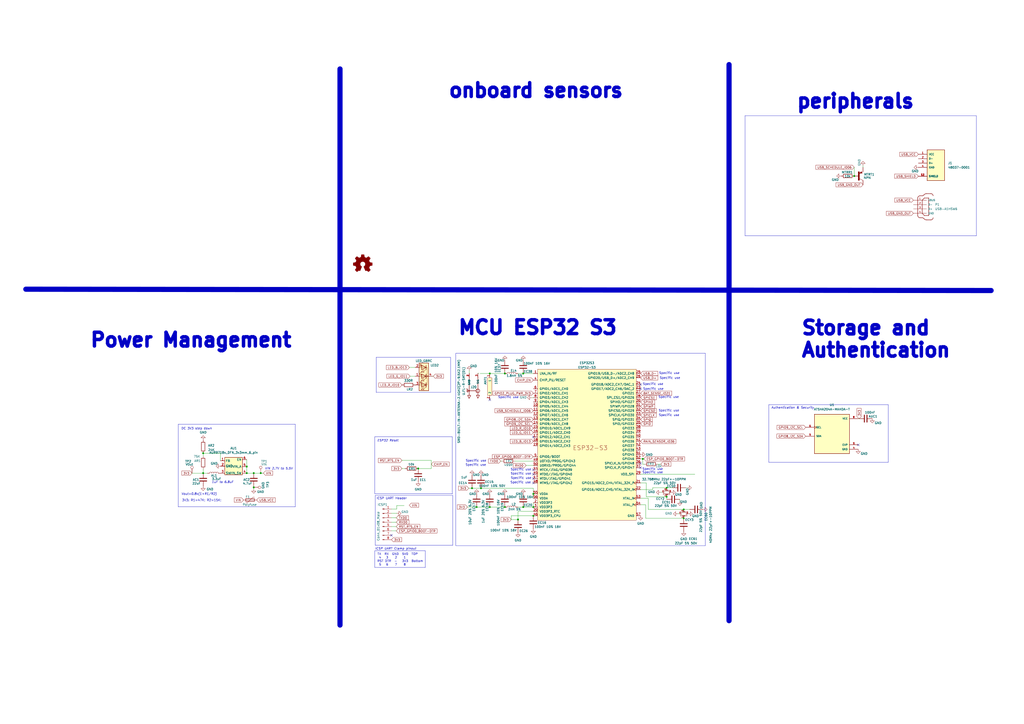
<source format=kicad_sch>
(kicad_sch (version 20230121) (generator eeschema)
  (paper "A2")
  (title_block (title "Smart DAQ Device 1Ch 12Bit ADC / I2C ") (date "2022-10-28") (rev "11-2022") (company "AeonLabs (https://github.com/aeonSolutions)"))
  (lib_symbols
    (symbol "AUR9718x_DFN_3x3mm_6_pin_1"
      (property "Reference" "AU1" (at -2.54 8.7798 0))
      (property "Value" "AUR9718x_DFN_3x3mm_6_pin" (at 6.604 6.223 0))
      (symbol "AUR9718x_DFN_3x3mm_6_pin_1_1_1"
        (pin input line (at -10.16 3.048 0) (length 2.54) (name "FB") (number "1"))
        (pin output line (at -10.16 0 0) (length 2.54) (name "GND") (number "2"))
        (pin bidirectional line (at -10.16 -4.064 0) (length 2.54) (name "SW") (number "3"))
        (pin input line (at 5.08 -4.064 180) (length 2.54) (name "VIN_SW") (number "4"))
        (pin power_out line (at 5.08 -0.254 180) (length 2.54) (name "VIN_A") (number "5"))
        (pin power_in line (at 5.08 3.81 180) (length 2.54) (name "EN") (number "6"))
        (pin power_in line (at -10.16 0 0) (length 2.54) (name "GND") (number "7"))
      )
    )
    (symbol "AeonLabs_IC:ATSHA204A-MAHDA-T" (pin_names (offset 1.016))
      (property "Reference" "U" (at -10.1797 10.1797 0))
      (property "Value" "ATSHA204A-MAHDA-T" (at -10.1756 -15.2634 0))
      (symbol "ATSHA204A-MAHDA-T_0_0"
        (pin power_in line (at 15.24 -10.16 180) (length 5.08) (name "GND") (number "4"))
        (pin bidirectional line (at -15.24 -2.54 0) (length 5.08) (name "SDA") (number "5"))
        (pin input clock (at -15.24 2.54 0) (length 5.08) (name "SCL") (number "6"))
        (pin power_in line (at 15.24 7.62 180) (length 5.08) (name "VCC") (number "8"))
        (pin power_in line (at 15.24 -7.62 180) (length 5.08) (name "EXP") (number "9"))
      )
    )
    (symbol "AeonLabs_connectors:USB-A_FEMALE_1HSW6" (pin_names (offset 1.016))
      (property "Reference" "P" (at -2.5418 11.438 0))
      (property "Value" "USB-A1HSW6" (at -2.5436 -10.1744 0))
      (symbol "USB-A_FEMALE_1HSW6_0_0"
        (pin power_in line (at -5.08 5.08 0) (length 7.62) (name "VBUS") (number "1"))
        (pin bidirectional line (at -5.08 2.54 0) (length 7.62) (name "D-") (number "2"))
        (pin bidirectional line (at -5.08 0 0) (length 7.62) (name "D+") (number "3"))
        (pin power_in line (at -5.08 -2.54 0) (length 7.62) (name "GND") (number "4"))
      )
    )
    (symbol "AeonLabs_connectors:USB-A_MALE_48037-0001" (pin_names (offset 1.016))
      (property "Reference" "J" (at -5.08 8.89 0))
      (property "Value" "48037-0001" (at -5.08 -12.7 0))
      (symbol "USB-A_MALE_48037-0001_0_0"
        (pin power_in line (at -10.16 5.08 0) (length 5.08) (name "VCC") (number "1"))
        (pin bidirectional line (at -10.16 2.54 0) (length 5.08) (name "D-") (number "2"))
        (pin bidirectional line (at -10.16 0 0) (length 5.08) (name "D+") (number "3"))
        (pin power_in line (at -10.16 -2.54 0) (length 5.08) (name "GND") (number "4"))
        (pin passive line (at -10.16 -7.62 0) (length 5.08) (name "SHIELD") (number "S1"))
        (pin passive line (at -10.16 -7.62 0) (length 5.08) (name "SHIELD") (number "S2"))
      )
    )
    (symbol "Connector:Conn_01x08_Male" (pin_names (offset 1.016) hide)
      (property "Reference" "J" (at 0 10.16 0))
      (property "Value" "Conn_01x08_Male" (at 0 -12.7 0))
      (symbol "Conn_01x08_Male_1_1"
        (pin passive line (at 5.08 7.62 180) (length 3.81) (name "Pin_1") (number "1"))
        (pin passive line (at 5.08 5.08 180) (length 3.81) (name "Pin_2") (number "2"))
        (pin passive line (at 5.08 2.54 180) (length 3.81) (name "Pin_3") (number "3"))
        (pin passive line (at 5.08 0 180) (length 3.81) (name "Pin_4") (number "4"))
        (pin passive line (at 5.08 -2.54 180) (length 3.81) (name "Pin_5") (number "5"))
        (pin passive line (at 5.08 -5.08 180) (length 3.81) (name "Pin_6") (number "6"))
        (pin passive line (at 5.08 -7.62 180) (length 3.81) (name "Pin_7") (number "7"))
        (pin passive line (at 5.08 -10.16 180) (length 3.81) (name "Pin_8") (number "8"))
      )
    )
    (symbol "Connector:TestPoint" (pin_numbers hide) (pin_names (offset 0.762) hide)
      (property "Reference" "TP" (at 0 6.858 0))
      (property "Value" "TestPoint" (at 0 5.08 0))
      (symbol "TestPoint_1_1"
        (pin passive line (at 0 0 90) (length 2.54) (name "1") (number "1"))
      )
    )
    (symbol "Device:C" (pin_numbers hide) (pin_names (offset 0.254))
      (property "Reference" "C" (at 0.635 2.54 0))
      (property "Value" "C" (at 0.635 -2.54 0))
      (symbol "C_1_1"
        (pin passive line (at 0 3.81 270) (length 2.794) (name "~") (number "1"))
        (pin passive line (at 0 -3.81 90) (length 2.794) (name "~") (number "2"))
      )
    )
    (symbol "Device:Crystal_GND24_Small" (pin_names (offset 1.016) hide)
      (property "Reference" "Y" (at 1.27 4.445 0))
      (property "Value" "Crystal_GND24_Small" (at 1.27 2.54 0))
      (symbol "Crystal_GND24_Small_1_1"
        (pin passive line (at -2.54 0 0) (length 1.27) (name "1") (number "1"))
        (pin passive line (at 0 -2.54 90) (length 0.635) (name "2") (number "2"))
        (pin passive line (at 2.54 0 180) (length 1.27) (name "3") (number "3"))
        (pin passive line (at 0 2.54 270) (length 0.635) (name "4") (number "4"))
      )
    )
    (symbol "Device:L" (pin_numbers hide) (pin_names (offset 1.016) hide)
      (property "Reference" "L" (at -1.27 0 90))
      (property "Value" "L" (at 1.905 0 90))
      (symbol "L_1_1"
        (pin passive line (at 0 3.81 270) (length 1.27) (name "1") (number "1"))
        (pin passive line (at 0 -3.81 90) (length 1.27) (name "2") (number "2"))
      )
    )
    (symbol "Device:LED_GBRC" (pin_names (offset 0) hide)
      (property "Reference" "D" (at 0 9.398 0))
      (property "Value" "Device_LED_GBRC" (at 0 -8.89 0))
      (symbol "LED_GBRC_0_0"
        (text "B" (at 1.905 -6.35 0) (effects (font (size 1.27 1.27))))
        (text "G" (at 1.905 -1.27 0) (effects (font (size 1.27 1.27))))
        (text "R" (at 1.905 3.81 0) (effects (font (size 1.27 1.27))))
      )
      (symbol "LED_GBRC_1_1"
        (pin passive line (at 5.08 0 180) (length 2.54) (name "GA") (number "1"))
        (pin passive line (at 5.08 -5.08 180) (length 2.54) (name "BA") (number "2"))
        (pin passive line (at 5.08 5.08 180) (length 2.54) (name "RA") (number "3"))
        (pin passive line (at -5.08 0 0) (length 2.54) (name "K") (number "4"))
      )
    )
    (symbol "Device:Polyfuse" (pin_numbers hide) (pin_names (offset 0))
      (property "Reference" "F" (at -2.54 0 90))
      (property "Value" "Polyfuse" (at 2.54 0 90))
      (symbol "Polyfuse_1_1"
        (pin passive line (at 0 3.81 270) (length 1.27) (name "~") (number "1"))
        (pin passive line (at 0 -3.81 90) (length 1.27) (name "~") (number "2"))
      )
    )
    (symbol "Device:R" (pin_numbers hide) (pin_names (offset 0))
      (property "Reference" "R" (at 2.032 0 90))
      (property "Value" "R" (at 0 0 90))
      (symbol "R_1_1"
        (pin passive line (at 0 3.81 270) (length 1.27) (name "~") (number "1"))
        (pin passive line (at 0 -3.81 90) (length 1.27) (name "~") (number "2"))
      )
    )
    (symbol "Espressif:ESP32-S3" (pin_names (offset 1.016))
      (property "Reference" "U" (at 0 46.99 0))
      (property "Value" "ESP32-S3" (at 0 -43.18 0))
      (symbol "ESP32-S3_0_0"
        (text "ESP32-S3" (at 1.27 0 0) (effects (font (size 2.54 2.54))))
        (pin bidirectional line (at 30.48 -8.89 180) (length 2.54) (name "SPICLK_N/GPIO48") (number "36"))
        (pin bidirectional line (at 30.48 -11.43 180) (length 2.54) (name "SPICLK_P/GPIO47") (number "37"))
      )
      (symbol "ESP32-S3_1_1"
        (pin bidirectional line (at -31.75 43.18 0) (length 2.54) (name "LNA_IN/RF") (number "1"))
        (pin bidirectional line (at -31.75 24.13 0) (length 2.54) (name "GPIO5/ADC1_CH4") (number "10"))
        (pin bidirectional line (at -31.75 21.59 0) (length 2.54) (name "GPIO6/ADC1_CH5") (number "11"))
        (pin bidirectional line (at -31.75 19.05 0) (length 2.54) (name "GPIO7/ADC1_CH6") (number "12"))
        (pin bidirectional line (at -31.75 16.51 0) (length 2.54) (name "GPIO8/ADC1_CH7") (number "13"))
        (pin bidirectional line (at -31.75 13.97 0) (length 2.54) (name "GPIO9/ADC1_CH8") (number "14"))
        (pin bidirectional line (at -31.75 11.43 0) (length 2.54) (name "GPIO10/ADC1_CH9") (number "15"))
        (pin bidirectional line (at -31.75 8.89 0) (length 2.54) (name "GPIO11/ADC2_CH0") (number "16"))
        (pin bidirectional line (at -31.75 6.35 0) (length 2.54) (name "GPIO12/ADC2_CH1") (number "17"))
        (pin bidirectional line (at -31.75 3.81 0) (length 2.54) (name "GPIO13/ADC2_CH2") (number "18"))
        (pin bidirectional line (at -31.75 1.27 0) (length 2.54) (name "GPIO14/ADC2_CH3") (number "19"))
        (pin power_in line (at -31.75 -31.75 0) (length 2.54) (name "VDD3P3") (number "2"))
        (pin power_in line (at -31.75 -36.83 0) (length 2.54) (name "VDD3P3_RTC") (number "20"))
        (pin input clock (at 30.48 -20.32 180) (length 2.54) (name "GPIO15/ADC2_CH4/XTAL_32K_P") (number "21"))
        (pin output clock (at 30.48 -24.13 180) (length 2.54) (name "GPIO16/ADC2_CH5/XTAL_32K_N") (number "22"))
        (pin bidirectional line (at 30.48 34.29 180) (length 2.54) (name "GPIO17/ADC2_CH6/DAC_2") (number "23"))
        (pin bidirectional line (at 30.48 36.83 180) (length 2.54) (name "GPIO18/ADC2_CH7/DAC_1") (number "24"))
        (pin bidirectional line (at 30.48 43.18 180) (length 2.54) (name "GPIO19/USB_D-/ADC2_CH8") (number "25"))
        (pin bidirectional line (at 30.48 40.64 180) (length 2.54) (name "GPIO20/USB_D+/ADC2_CH9") (number "26"))
        (pin bidirectional line (at 30.48 31.75 180) (length 2.54) (name "GPIO21") (number "27"))
        (pin bidirectional line (at 30.48 29.21 180) (length 2.54) (name "SPI_CS1/GPIO26") (number "28"))
        (pin power_out line (at 30.48 -15.24 180) (length 2.54) (name "VDD_SPI") (number "29"))
        (pin power_in line (at -31.75 -34.29 0) (length 2.54) (name "VDD3P3") (number "3"))
        (pin bidirectional line (at 30.48 26.67 180) (length 2.54) (name "SPIHD/GPIO27") (number "30"))
        (pin bidirectional line (at 30.48 24.13 180) (length 2.54) (name "SPIWP/GPIO28") (number "31"))
        (pin bidirectional line (at 30.48 21.59 180) (length 2.54) (name "SPICS0/GPIO29") (number "32"))
        (pin bidirectional line (at 30.48 19.05 180) (length 2.54) (name "SPICLK/GPIO30") (number "33"))
        (pin bidirectional line (at 30.48 16.51 180) (length 2.54) (name "SPIQ/GPIO31") (number "34"))
        (pin bidirectional line (at 30.48 13.97 180) (length 2.54) (name "SPID/GPIO32") (number "35"))
        (pin bidirectional line (at 30.48 11.43 180) (length 2.54) (name "GPIO33") (number "38"))
        (pin bidirectional line (at 30.48 8.89 180) (length 2.54) (name "GPIO34") (number "39"))
        (pin input line (at -31.75 39.37 0) (length 2.54) (name "CHIP_PU/RESET") (number "4"))
        (pin bidirectional line (at 30.48 6.35 180) (length 2.54) (name "GPIO35") (number "40"))
        (pin bidirectional line (at 30.48 3.81 180) (length 2.54) (name "GPIO36") (number "41"))
        (pin bidirectional line (at 30.48 1.27 180) (length 2.54) (name "GPIO37") (number "42"))
        (pin bidirectional line (at 30.48 -1.27 180) (length 2.54) (name "GPIO38") (number "43"))
        (pin bidirectional line (at -31.75 -12.7 0) (length 2.54) (name "MTCK/JTAG/GPIO39") (number "44"))
        (pin bidirectional line (at -31.75 -15.24 0) (length 2.54) (name "MTDO/JTAG/GPIO40") (number "45"))
        (pin power_in line (at -31.75 -39.37 0) (length 2.54) (name "VDD3P3_CPU") (number "46"))
        (pin bidirectional line (at -31.75 -17.78 0) (length 2.54) (name "MTDI/JTAG/GPIO41") (number "47"))
        (pin bidirectional line (at -31.75 -20.32 0) (length 2.54) (name "MTMS/JTAG/GPIO42") (number "48"))
        (pin bidirectional line (at -31.75 -7.62 0) (length 2.54) (name "U0TXD/PROG/GPIO43") (number "49"))
        (pin bidirectional line (at -31.75 -5.08 0) (length 2.54) (name "GPIO0/BOOT") (number "5"))
        (pin bidirectional line (at -31.75 -10.16 0) (length 2.54) (name "U0RXD/PROG/GPIO44") (number "50"))
        (pin bidirectional line (at 30.48 -3.81 180) (length 2.54) (name "GPIO45") (number "51"))
        (pin bidirectional line (at 30.48 -6.35 180) (length 2.54) (name "GPIO46") (number "52"))
        (pin input clock (at 30.48 -29.21 180) (length 2.54) (name "XTAL_N") (number "53"))
        (pin output clock (at 30.48 -33.02 180) (length 2.54) (name "XTAL_P") (number "54"))
        (pin power_in line (at -31.75 -26.67 0) (length 2.54) (name "VDDA") (number "55"))
        (pin power_in line (at -31.75 -29.21 0) (length 2.54) (name "VDDA") (number "56"))
        (pin power_in line (at 30.48 -39.37 180) (length 2.54) (name "GND") (number "57"))
        (pin bidirectional line (at -31.75 34.29 0) (length 2.54) (name "GPIO1/ADC1_CH0") (number "6"))
        (pin bidirectional line (at -31.75 31.75 0) (length 2.54) (name "GPIO2/ADC1_CH1") (number "7"))
        (pin bidirectional line (at -31.75 29.21 0) (length 2.54) (name "GPIO3/ADC1_CH2") (number "8"))
        (pin bidirectional line (at -31.75 26.67 0) (length 2.54) (name "GPIO4/ADC1_CH3") (number "9"))
      )
    )
    (symbol "Graphic:Logo_Open_Hardware_Small" (pin_names (offset 1.016)))
    (symbol "MMBT2907A:MMBT2907A" (pin_numbers hide) (pin_names (offset 1.016) hide)
      (property "Reference" "Q" (at -10.1854 5.1054 0))
      (property "Value" "MMBT2907A_MMBT2907A" (at -10.16 -7.62 0))
      (symbol "MMBT2907A_0_0"
        (pin passive line (at -2.54 0 0) (length 2.54) (name "~") (number "1"))
        (pin passive line (at 2.54 5.08 270) (length 2.54) (name "~") (number "2"))
        (pin passive line (at 2.54 -5.08 90) (length 2.54) (name "~") (number "3"))
      )
    )
    (symbol "RF:U.FL-R-SMT(01)" (pin_names (offset 1.016))
      (property "Reference" "J" (at -3.81 4.064 0))
      (property "Value" "U.FL-R-SMT(01)" (at -4.318 -5.588 0))
      (symbol "U.FL-R-SMT(01)_0_0"
        (pin passive line (at -10.16 -2.54 0) (length 2.54) (name "GND") (number "1"))
        (pin passive line (at -10.16 -2.54 0) (length 2.54) (name "GND") (number "2"))
        (pin passive line (at -10.16 2.54 0) (length 2.54) (name "SIG") (number "3"))
      )
    )
    (symbol "RF_WiFi:SMD-BUILT-IN-ANTENNA-2.4GHZ(2P-9.5X2.1MM)" (pin_names (offset 1.016))
      (property "Reference" "ANT" (at -2.54 1.905 0))
      (property "Value" "SMD-BUILT-IN-ANTENNA-2.4GHZ(2P-9.5X2.1MM)" (at -20.828 5.588 0))
      (symbol "SMD-BUILT-IN-ANTENNA-2.4GHZ(2P-9.5X2.1MM)_0_0"
        (pin bidirectional line (at -7.62 0 0) (length 2.54) (name "1") (number "1"))
        (pin bidirectional line (at 7.62 0 180) (length 2.54) (name "2") (number "2"))
      )
    )
    (symbol "power:GND" (power) (pin_names (offset 0))
      (property "Value" "GND" (at 0 -3.81 0))
      (symbol "GND_1_1"
        (pin power_in line (at 0 0 270) (length 0) hide (name "GND") (number "1"))
      )
    )
  )
  (junction (at 386.715 282.956))
  (junction (at 303.53 216.662))
  (junction (at 396.621 300.609))
  (junction (at 284.099 294.132))
  (junction (at 292.862 294.132))
  (junction (at 372.872 266.192))
  (junction (at 143.129 274.447))
  (junction (at 284.099 216.662))
  (junction (at 273.812 283.21))
  (junction (at 276.479 294.132))
  (junction (at 300.482 301.371))
  (junction (at 309.372 299.212))
  (junction (at 143.129 270.637))
  (junction (at 147.193 282.702))
  (junction (at 117.856 262.89))
  (junction (at 495.5286 102.108))
  (junction (at 309.372 294.132))
  (junction (at 242.57 271.78))
  (junction (at 292.862 216.662))
  (junction (at 151.257 274.447))
  (junction (at 303.53 294.132))
  (junction (at 386.715 288.163))
  (junction (at 309.372 286.512))
  (junction (at 396.621 295.529))
  (junction (at 117.856 274.447))
  (junction (at 147.193 274.447))
  (junction (at 279.019 283.21))
  (no_connect (at 309.372 272.542))
  (no_connect (at 309.372 275.082))
  (no_connect (at 309.372 277.622))
  (no_connect (at 309.372 280.162))
  (no_connect (at 371.602 225.552))
  (no_connect (at 284.099 231.902))
  (no_connect (at 227.076 310.515))
  (no_connect (at 371.602 271.272))
  (no_connect (at 371.602 223.012))
  (no_connect (at 371.602 268.732))
  (no_connect (at 309.372 253.492))
  (no_connect (at 497.84 258.064))
  (wire (pts (xy 303.53 294.132) (xy 309.372 294.132)))
  (wire (pts (xy 305.181 270.002) (xy 309.372 270.002)))
  (wire (pts (xy 371.602 283.972) (xy 378.587 283.972)))
  (wire (pts (xy 374.523 300.609) (xy 396.621 300.609)))
  (wire (pts (xy 147.193 274.447) (xy 151.257 274.447)))
  (polyline (pts (xy 246.761 329.184) (xy 246.761 319.532)))
  (wire (pts (xy 300.482 294.132) (xy 303.53 294.132)))
  (wire (pts (xy 376.047 295.529) (xy 376.047 289.052)))
  (polyline (pts (xy 218.186 207.3148) (xy 218.186 227.6348)))
  (polyline (pts (xy 432.181 67.056) (xy 432.181 136.779)))
  (wire (pts (xy 290.449 267.462) (xy 291.084 267.462)))
  (wire (pts (xy 284.099 294.132) (xy 292.862 294.132)))
  (wire (pts (xy 371.602 292.862) (xy 374.523 292.862)))
  (wire (pts (xy 373.507 266.192) (xy 372.872 266.192)))
  (wire (pts (xy 276.479 294.132) (xy 284.099 294.132)))
  (polyline (pts (xy 218.186 227.6348) (xy 261.366 227.6348)))
  (wire (pts (xy 396.621 295.402) (xy 396.621 295.529)))
  (wire (pts (xy 233.172 267.081) (xy 250.19 267.081)))
  (wire (pts (xy 300.482 216.662) (xy 303.53 216.662)))
  (polyline (pts (xy 432.181 136.779) (xy 566.42 136.779)))
  (polyline (pts (xy 262.636 287.401) (xy 217.678 287.401)))
  (polyline (pts (xy 261.366 227.6348) (xy 261.366 207.3148)))
  (wire (pts (xy 371.602 275.082) (xy 403.098 275.082)))
  (wire (pts (xy 230.124 293.243) (xy 234.442 293.243)))
  (wire (pts (xy 296.545 299.212) (xy 309.372 299.212)))
  (polyline (pts (xy 217.424 286.385) (xy 217.424 253.365)))
  (wire (pts (xy 372.872 266.192) (xy 371.602 266.192)))
  (polyline (pts (xy 217.678 316.357) (xy 262.636 316.357)))
  (wire (pts (xy 271.907 283.21) (xy 273.812 283.21)))
  (wire (pts (xy 250.19 267.081) (xy 250.19 271.78)))
  (wire (pts (xy 400.05 295.529) (xy 396.621 295.529)))
  (polyline (pts (xy 103.378 294.005) (xy 103.378 246.126)))
  (polyline (pts (xy 422.91 37.465) (xy 422.91 360.045)) (stroke (width 3)))
  (wire (pts (xy 227.076 300.355) (xy 229.87 300.355)))
  (wire (pts (xy 250.952 218.2368) (xy 251.333 218.2368)))
  (wire (pts (xy 397.764 282.956) (xy 398.526 282.956)))
  (wire (pts (xy 309.245 264.922) (xy 309.372 264.922)))
  (wire (pts (xy 309.372 296.672) (xy 300.482 296.672)))
  (polyline (pts (xy 262.382 253.365) (xy 262.382 286.512)))
  (wire (pts (xy 386.715 288.163) (xy 374.904 288.163)))
  (wire (pts (xy 386.715 282.956) (xy 386.715 283.083)))
  (wire (pts (xy 298.704 267.462) (xy 309.372 267.462)))
  (wire (pts (xy 147.193 283.591) (xy 147.193 282.702)))
  (wire (pts (xy 303.53 216.662) (xy 309.372 216.662)))
  (polyline (pts (xy 217.678 287.401) (xy 217.678 316.357)))
  (polyline (pts (xy 261.366 207.3148) (xy 218.186 207.3148)))
  (wire (pts (xy 227.076 297.815) (xy 230.124 297.815)))
  (polyline (pts (xy 262.636 287.401) (xy 262.636 316.357)))
  (wire (pts (xy 374.904 280.162) (xy 374.904 288.163)))
  (polyline (pts (xy 14.986 167.767) (xy 574.929 168.529)) (stroke (width 3)))
  (wire (pts (xy 151.257 274.447) (xy 152.781 274.447)))
  (polyline (pts (xy 103.378 246.126) (xy 171.323 246.126)))
  (polyline (pts (xy 197.231 40.005) (xy 197.231 362.585)) (stroke (width 3)))
  (wire (pts (xy 300.482 301.371) (xy 296.545 301.371)))
  (polyline (pts (xy 262.509 286.385) (xy 217.424 286.385)))
  (wire (pts (xy 374.904 280.162) (xy 371.602 280.162)))
  (wire (pts (xy 227.076 305.435) (xy 229.87 305.435)))
  (wire (pts (xy 309.372 291.592) (xy 309.372 294.132)))
  (wire (pts (xy 278.511 216.662) (xy 284.099 216.662)))
  (wire (pts (xy 117.856 262.89) (xy 127.889 262.89)))
  (wire (pts (xy 374.523 292.862) (xy 374.523 300.609)))
  (wire (pts (xy 117.856 262.89) (xy 117.856 264.541)))
  (wire (pts (xy 378.587 283.972) (xy 378.587 282.956)))
  (wire (pts (xy 495.5286 97.028) (xy 495.5286 102.108)))
  (polyline (pts (xy 409.194 316.484) (xy 264.414 316.484)))
  (wire (pts (xy 386.715 289.687) (xy 386.715 288.163)))
  (wire (pts (xy 376.047 289.052) (xy 371.602 289.052)))
  (wire (pts (xy 237.871 218.2368) (xy 240.792 218.2368)))
  (wire (pts (xy 271.145 294.132) (xy 276.479 294.132)))
  (wire (pts (xy 394.081 298.069) (xy 393.192 298.069)))
  (polyline (pts (xy 515.239 234.696) (xy 515.239 268.224)))
  (wire (pts (xy 498.348 242.824) (xy 497.84 242.824)))
  (polyline (pts (xy 171.323 246.126) (xy 171.323 294.005)))
  (wire (pts (xy 309.372 283.21) (xy 309.372 286.512)))
  (wire (pts (xy 120.269 274.447) (xy 117.856 274.447)))
  (polyline (pts (xy 409.194 204.978) (xy 409.194 316.484)))
  (wire (pts (xy 309.372 286.512) (xy 309.372 289.052)))
  (polyline (pts (xy 217.424 319.532) (xy 246.761 319.532)))
  (wire (pts (xy 396.621 295.529) (xy 376.047 295.529)))
  (wire (pts (xy 230.124 295.275) (xy 230.124 293.243)))
  (wire (pts (xy 394.335 289.687) (xy 394.335 290.703)))
  (wire (pts (xy 127.889 267.335) (xy 127.889 262.89)))
  (polyline (pts (xy 264.414 204.978) (xy 409.194 204.978)))
  (wire (pts (xy 111.379 274.447) (xy 117.856 274.447)))
  (wire (pts (xy 373.888 269.24) (xy 372.872 269.24)))
  (polyline (pts (xy 217.424 329.184) (xy 246.761 329.184)))
  (wire (pts (xy 300.482 296.672) (xy 300.482 301.371)))
  (wire (pts (xy 396.621 300.736) (xy 396.621 300.609)))
  (wire (pts (xy 233.172 271.78) (xy 234.95 271.78)))
  (wire (pts (xy 372.872 269.24) (xy 372.872 266.192)))
  (wire (pts (xy 279.019 283.21) (xy 309.372 283.21)))
  (wire (pts (xy 227.076 295.275) (xy 230.124 295.275)))
  (wire (pts (xy 143.129 274.447) (xy 147.193 274.447)))
  (wire (pts (xy 143.129 266.573) (xy 143.129 270.637)))
  (polyline (pts (xy 264.414 316.484) (xy 264.414 204.978)))
  (wire (pts (xy 383.286 269.24) (xy 381.508 269.24)))
  (polyline (pts (xy 446.024 268.224) (xy 446.024 234.696)))
  (wire (pts (xy 386.715 282.956) (xy 378.587 282.956)))
  (wire (pts (xy 117.856 274.447) (xy 117.856 272.161)))
  (polyline (pts (xy 446.024 234.696) (xy 515.239 234.696)))
  (wire (pts (xy 273.812 283.21) (xy 279.019 283.21)))
  (polyline (pts (xy 171.323 294.005) (xy 103.378 294.005)))
  (wire (pts (xy 390.144 282.956) (xy 386.715 282.956)))
  (wire (pts (xy 308.483 230.632) (xy 309.372 230.632)))
  (wire (pts (xy 250.19 271.78) (xy 242.57 271.78)))
  (wire (pts (xy 143.129 270.637) (xy 143.129 274.447)))
  (wire (pts (xy 272.161 215.011) (xy 272.161 216.535)))
  (wire (pts (xy 396.621 308.356) (xy 396.621 308.229)))
  (polyline (pts (xy 217.424 253.365) (xy 262.382 253.365)))
  (wire (pts (xy 284.099 216.662) (xy 292.862 216.662)))
  (polyline (pts (xy 432.181 67.183) (xy 566.42 67.183)))
  (wire (pts (xy 227.076 307.975) (xy 229.87 307.975)))
  (polyline (pts (xy 217.424 319.532) (xy 217.424 329.184)))
  (wire (pts (xy 500.6086 96.139) (xy 500.6086 97.028)))
  (wire (pts (xy 147.193 282.702) (xy 147.193 282.067)))
  (wire (pts (xy 227.076 302.895) (xy 229.87 302.895)))
  (wire (pts (xy 296.545 301.371) (xy 296.545 299.212)))
  (wire (pts (xy 277.241 216.535) (xy 277.876 216.535)))
  (wire (pts (xy 240.792 213.1568) (xy 237.49 213.1568)))
  (polyline (pts (xy 515.239 268.224) (xy 446.024 268.224)))
  (polyline (pts (xy 566.42 136.779) (xy 566.42 67.183)))
  (wire (pts (xy 384.175 285.623) (xy 383.286 285.623)))
  (text "Specific use" (at 372.872 223.647 0) (effects (font (size 1.27 1.27)) (justify left bottom)))
  (text "3V3: R1=47K; R2=15K;" (at 105.537 291.084 0) (effects (font (size 1.27 1.27)) (justify left bottom)))
  (text "ICSP UART Header" (at 218.313 289.941 0) (effects (font (size 1.27 1.27)) (justify left bottom)))
  (text "Specific use" (at 296.164 275.59 0) (effects (font (size 1.27 1.27)) (justify left bottom)))
  (text "peripherals" (at 461.391 63.5 0) (effects (font (size 8 8) (thickness 2) bold) (justify left bottom)))
  (text "Vout=0.8x(1+R1/R2)" (at 105.156 287.401 0) (effects (font (size 1.27 1.27) italic) (justify left bottom)))
  (text "Specific use" (at 381.889 231.14 0) (effects (font (size 1.27 1.27)) (justify left bottom)))
  (text "DC 3V3 step down" (at 105.156 249.428 0) (effects (font (size 1.27 1.27)) (justify left bottom)))
  (text "Specific use" (at 382.016 239.014 0) (effects (font (size 1.27 1.27)) (justify left bottom)))
  (text "Specific use" (at 382.27 217.297 0) (effects (font (size 1.27 1.27)) (justify left bottom)))
  (text "ESP32 Reset" (at 218.821 256.413 0) (effects (font (size 1.27 1.27) italic) (justify left bottom)))
  (text "Specific use" (at 372.618 274.828 0) (effects (font (size 1.27 1.27)) (justify left bottom)))
  (text "Specific use" (at 296.291 278.13 0) (effects (font (size 1.27 1.27)) (justify left bottom)))
  (text "Specific use" (at 382.651 220.091 0) (effects (font (size 1.27 1.27)) (justify left bottom)))
  (text "1uF to 6.8uF" (at 122.809 280.543 0) (effects (font (size 1.27 1.27) italic) (justify left bottom)))
  (text "Specific use" (at 296.037 280.67 0) (effects (font (size 1.27 1.27)) (justify left bottom)))
  (text "Specific use" (at 296.164 273.177 0) (effects (font (size 1.27 1.27)) (justify left bottom)))
  (text "onboard sensors" (at 259.461 57.277 0) (effects (font (size 8 8) (thickness 2) bold) (justify left bottom)))
  (text "Specific use" (at 372.618 272.923 0) (effects (font (size 1.27 1.27)) (justify left bottom)))
  (text "ICSP UART Clamp pinout" (at 217.551 319.151 0) (effects (font (size 1.27 1.27) italic) (justify left bottom)))
  (text "Specific use" (at 288.925 231.267 0) (effects (font (size 1.27 1.27)) (justify left bottom)))
  (text "Specific use" (at 372.999 226.441 0) (effects (font (size 1.27 1.27)) (justify left bottom)))
  (text "Storage and \nAuthentication" (at 464.185 207.899 0) (effects (font (size 8 8) (thickness 2) bold) (justify left bottom)))
  (text "Power Management" (at 51.562 202.057 0) (effects (font (size 8 8) (thickness 2) bold) (justify left bottom)))
  (text "Authentication & Security" (at 447.421 237.363 0) (effects (font (size 1.27 1.27) italic) (justify left bottom)))
  (text "VIN 2.7V to 5.5V" (at 153.67 272.669 0) (effects (font (size 1.27 1.27) italic) (justify left bottom)))
  (text "Specific use" (at 270.129 268.097 0) (effects (font (size 1.27 1.27)) (justify left bottom)))
  (text "MCU ESP32 S3" (at 265.049 194.818 0) (effects (font (size 8 8) (thickness 2) bold) (justify left bottom)))
  (text "Specific use" (at 382.143 241.681 0) (effects (font (size 1.27 1.27)) (justify left bottom)))
  (text "TX  RX  GND  5V0  TOP\n 4   3    2    1\nRST DTR  -   3V3  Bottom\n 5   6    7    8" (at 218.821 328.422 0) (effects (font (size 1.27 1.27)) (justify left bottom)))
  (text "Specific use" (at 270.002 270.51 0) (effects (font (size 1.27 1.27)) (justify left bottom)))
  (global_label "VIN" (shape input) (at 237.3884 293.0906 0) (property "Intersheetrefs" "${INTERSHEET_REFS}" (effects hide)))
  (global_label "3V3" (shape input) (at 271.145 294.132 180) (property "Intersheetrefs" "${INTERSHEET_REFS}" (effects hide)))
  (global_label "LED_R_IO10" (shape input) (at 309.372 248.412 180) (property "Intersheetrefs" "${INTERSHEET_REFS}" (effects hide)))
  (global_label "BAT_SENSE_IO21" (shape input) (at 371.602 228.092 0) (effects (font italic)) (property "Intersheetrefs" "${INTERSHEET_REFS}" (effects hide)))
  (global_label "RST_RTS_EN" (shape input) (at 229.87 305.435 0) (property "Intersheetrefs" "${INTERSHEET_REFS}" (effects hide)))
  (global_label "RXD0" (shape input) (at 229.87 302.895 0) (property "Intersheetrefs" "${INTERSHEET_REFS}" (effects hide)))
  (global_label "CHIP_EN" (shape input) (at 309.372 220.472 180) (property "Intersheetrefs" "${INTERSHEET_REFS}" (effects hide)))
  (global_label "USB_GND_OUT" (shape input) (at 529.844 123.7488 180) (property "Intersheetrefs" "${INTERSHEET_REFS}" (effects hide)))
  (global_label "USB_VCC" (shape input) (at 532.7142 89.5096 180) (property "Intersheetrefs" "${INTERSHEET_REFS}" (effects hide)))
  (global_label "USB_SCHEDULE_IO06" (shape input) (at 309.372 238.252 180) (property "Intersheetrefs" "${INTERSHEET_REFS}" (effects hide)))
  (global_label "LED_B_IO13" (shape input) (at 309.372 256.032 180) (property "Intersheetrefs" "${INTERSHEET_REFS}" (effects hide)))
  (global_label "3V3" (shape input) (at 251.333 218.2368 0) (property "Intersheetrefs" "${INTERSHEET_REFS}" (effects hide)))
  (global_label "LED_G_IO11" (shape input) (at 237.871 218.2368 180) (property "Intersheetrefs" "${INTERSHEET_REFS}" (effects hide)))
  (global_label "SPICLK" (shape input) (at 371.602 240.792 0) (effects (font italic)) (property "Intersheetrefs" "${INTERSHEET_REFS}" (effects hide)))
  (global_label "LED_G_IO11" (shape input) (at 309.372 250.952 180) (property "Intersheetrefs" "${INTERSHEET_REFS}" (effects hide)))
  (global_label "USB_GND_OUT" (shape input) (at 500.6086 107.188 180) (property "Intersheetrefs" "${INTERSHEET_REFS}" (effects hide)))
  (global_label "3V3" (shape input) (at 271.907 283.21 180) (property "Intersheetrefs" "${INTERSHEET_REFS}" (effects hide)))
  (global_label "RXD0" (shape input) (at 305.181 270.002 180) (property "Intersheetrefs" "${INTERSHEET_REFS}" (effects hide)))
  (global_label "SPICS1" (shape input) (at 371.602 230.632 0) (effects (font italic)) (property "Intersheetrefs" "${INTERSHEET_REFS}" (effects hide)))
  (global_label "USB_SHIELD" (shape input) (at 532.7142 102.2096 180) (property "Intersheetrefs" "${INTERSHEET_REFS}" (effects hide)))
  (global_label "ESP_GPIO0_BOOT-DTR" (shape input) (at 309.245 264.922 180) (property "Intersheetrefs" "${INTERSHEET_REFS}" (effects hide)))
  (global_label "3V3" (shape input) (at 498.348 242.824 90) (property "Intersheetrefs" "${INTERSHEET_REFS}" (effects hide)))
  (global_label "TXD0" (shape input) (at 229.87 300.355 0) (property "Intersheetrefs" "${INTERSHEET_REFS}" (effects hide)))
  (global_label "CHIP_EN" (shape input) (at 250.19 269.24 0) (property "Intersheetrefs" "${INTERSHEET_REFS}" (effects hide)))
  (global_label "RAIN_SENSOR_IO36" (shape input) (at 371.602 256.032 0) (effects (font italic)) (property "Intersheetrefs" "${INTERSHEET_REFS}" (effects hide)))
  (global_label "RST_RTS_EN" (shape input) (at 233.172 267.081 180) (property "Intersheetrefs" "${INTERSHEET_REFS}" (effects hide)))
  (global_label "3V3" (shape input) (at 383.286 269.24 0) (property "Intersheetrefs" "${INTERSHEET_REFS}" (effects hide)))
  (global_label "VIN" (shape input) (at 152.781 274.447 0) (property "Intersheetrefs" "${INTERSHEET_REFS}" (effects hide)))
  (global_label "GPIO8_I2C_SDA" (shape input) (at 467.36 252.984 180) (property "Intersheetrefs" "${INTERSHEET_REFS}" (effects hide)))
  (global_label "ESP_GPIO0_BOOT-DTR" (shape input) (at 373.507 266.192 0) (property "Intersheetrefs" "${INTERSHEET_REFS}" (effects hide)))
  (global_label "LED_B_IO13" (shape input) (at 237.49 213.1568 180) (property "Intersheetrefs" "${INTERSHEET_REFS}" (effects hide)))
  (global_label "SPIWP" (shape input) (at 371.602 235.712 0) (effects (font italic)) (property "Intersheetrefs" "${INTERSHEET_REFS}" (effects hide)))
  (global_label "SPIQ" (shape input) (at 371.602 243.332 0) (effects (font italic)) (property "Intersheetrefs" "${INTERSHEET_REFS}" (effects hide)))
  (global_label "USB_D-" (shape input) (at 371.602 216.662 0) (property "Intersheetrefs" "${INTERSHEET_REFS}" (effects hide)))
  (global_label "SPID" (shape input) (at 371.602 245.872 0) (effects (font italic)) (property "Intersheetrefs" "${INTERSHEET_REFS}" (effects hide)))
  (global_label "ESP_GPIO0_BOOT-DTR" (shape input) (at 229.87 307.975 0) (property "Intersheetrefs" "${INTERSHEET_REFS}" (effects hide)))
  (global_label "GPIO2_PLUG_PWR_3V3" (shape input) (at 309.372 228.092 180) (property "Intersheetrefs" "${INTERSHEET_REFS}" (effects hide)))
  (global_label "VIN" (shape input) (at 141.2748 290.0426 180) (property "Intersheetrefs" "${INTERSHEET_REFS}" (effects hide)))
  (global_label "TXD0" (shape input) (at 290.449 267.462 180) (property "Intersheetrefs" "${INTERSHEET_REFS}" (effects hide)))
  (global_label "3V3" (shape input) (at 233.172 271.78 180) (property "Intersheetrefs" "${INTERSHEET_REFS}" (effects hide)))
  (global_label "LED_R_IO10" (shape input) (at 233.172 223.3168 180) (property "Intersheetrefs" "${INTERSHEET_REFS}" (effects hide)))
  (global_label "GPIO8_I2C_SDA" (shape input) (at 309.372 243.332 180) (property "Intersheetrefs" "${INTERSHEET_REFS}" (effects hide)))
  (global_label "USB_VCC" (shape input) (at 529.844 116.1288 180) (property "Intersheetrefs" "${INTERSHEET_REFS}" (effects hide)))
  (global_label "USB_VCC" (shape input) (at 148.8948 290.0426 0) (property "Intersheetrefs" "${INTERSHEET_REFS}" (effects hide)))
  (global_label "3V3" (shape input) (at 296.545 301.371 180) (property "Intersheetrefs" "${INTERSHEET_REFS}" (effects hide)))
  (global_label "SPICS0" (shape input) (at 371.602 238.252 0) (effects (font italic)) (property "Intersheetrefs" "${INTERSHEET_REFS}" (effects hide)))
  (global_label "USB_D+" (shape input) (at 371.602 219.202 0) (property "Intersheetrefs" "${INTERSHEET_REFS}" (effects hide)))
  (global_label "GPIO9_I2C_SCL" (shape input) (at 309.372 245.872 180) (property "Intersheetrefs" "${INTERSHEET_REFS}" (effects hide)))
  (global_label "SPIHD" (shape input) (at 371.602 233.172 0) (effects (font italic)) (property "Intersheetrefs" "${INTERSHEET_REFS}" (effects hide)))
  (global_label "USB_SCHEDULE_IO06" (shape input) (at 495.5286 97.028 180) (property "Intersheetrefs" "${INTERSHEET_REFS}" (effects hide)))
  (global_label "3V3" (shape input) (at 227.076 313.055 0) (property "Intersheetrefs" "${INTERSHEET_REFS}" (effects hide)))
  (global_label "3V3" (shape input) (at 111.379 274.447 180) (property "Intersheetrefs" "${INTERSHEET_REFS}" (effects hide)))
  (global_label "GPIO9_I2C_SCL" (shape input) (at 467.36 247.904 180) (property "Intersheetrefs" "${INTERSHEET_REFS}" (effects hide)))
  (symbol (lib_id "power:GND") (at 399.161 298.069 90) (unit 1)
    (property "Reference" "#PWR0116" (effects hide))
    (property "Value" "GND" (at 403.479 299.339 90))
  )
  (symbol (lib_id "power:GND") (at 398.526 282.956 90) (unit 1)
    (property "Reference" "#PWR0123" (effects hide))
    (property "Value" "GND" (at 398.78 285.242 0))
  )
  (symbol (lib_id "Device:R") (at 377.698 269.24 270) (unit 1)
    (property "Reference" "ER3" (at 377.444 269.113 90))
    (property "Value" "10k" (at 382.143 270.383 90))
    (property "Footprint" "Resistor_SMD:R_0603_1608Metric" (effects hide))
  )
  (symbol (lib_id "Device:C") (at 276.479 290.322 0) (mirror x) (unit 1)
    (property "Reference" "EC17" (at 274.955 291.592 90) (effects (justify left)))
    (property "Value" "10uF 20% 6.3V" (at 272.669 289.687 90) (effects (justify left)))
    (property "Footprint" "Capacitor_SMD:C_0603_1608Metric" (effects hide))
  )
  (symbol (lib_id "power:GND") (at 500.6086 96.139 180) (unit 1)
    (property "Reference" "#PWR02" (effects hide))
    (property "Value" "GND" (at 498.4496 92.202 90) (effects (justify left)))
  )
  (symbol (lib_id "Device:C") (at 303.53 212.852 0) (mirror x) (unit 1)
    (property "Reference" "EC38" (at 303.784 215.519 0) (effects (justify left)))
    (property "Value" "100nF 10% 16V" (at 303.657 210.82 0) (effects (justify left)))
    (property "Footprint" "Capacitor_SMD:C_0603_1608Metric" (effects hide))
  )
  (symbol (lib_id "power:GND") (at 276.479 286.512 0) (mirror x) (unit 1)
    (property "Reference" "#PWR0105" (effects hide))
    (property "Value" "GND" (at 274.193 286.512 0))
  )
  (symbol (lib_id "power:GND") (at 272.161 215.011 0) (mirror x) (unit 1)
    (property "Reference" "#PWR0122" (effects hide))
    (property "Value" "GND" (at 274.701 212.344 0))
  )
  (symbol (lib_id "Device:R") (at 236.982 223.3168 90) (unit 1)
    (property "Reference" "LR2" (at 239.522 225.8568 90) (effects (justify left)))
    (property "Value" "330R" (at 239.522 220.7768 90) (effects (justify left)))
    (property "Footprint" "Resistor_SMD:R_0603_1608Metric" (effects hide))
  )
  (symbol (lib_id "Device:Polyfuse") (at 145.0848 290.0426 270) (unit 1)
    (property "Reference" "F1" (at 143.6878 288.2646 90))
    (property "Value" "Polyfuse" (at 144.8308 292.7096 90))
    (property "Footprint" "Fuse:Fuse_1206_3216Metric_Pad1.42x1.75mm_HandSolder" (effects hide))
  )
  (symbol (lib_name "AUR9718x_DFN_3x3mm_6_pin_1") (lib_id "AeonLabs_IC:AUR9718x_DFN_3x3mm_6_pin") (at 138.049 270.383 0) (unit 1)
    (property "Reference" "AU1" (at 135.509 259.9944 0))
    (property "Value" "AUR9718x_DFN_3x3mm_6_pin" (at 135.509 262.5344 0))
    (property "Footprint" "AeonLabs_IC:AUR9718 ST1S09 SON95P300X300X100-7N" (effects hide))
    (property "Datasheet" "https://www.infineon.com/dgdl/auips7111s.pdf?fileId=5546d462533600a4015355a7c94e1326" (effects hide))
  )
  (symbol (lib_id "Device:C") (at 309.372 303.022 0) (unit 1)
    (property "Reference" "EC16" (at 311.912 303.149 0) (effects (justify left)))
    (property "Value" "100nF 10% 16V" (at 310.007 305.562 0) (effects (justify left)))
    (property "Footprint" "Capacitor_SMD:C_0603_1608Metric" (effects hide))
  )
  (symbol (lib_id "power:GND") (at 505.968 242.824 0) (unit 1)
    (property "Reference" "#PWR0162" (effects hide))
    (property "Value" "GND" (at 511.429 245.364 0) (effects (justify right)))
  )
  (symbol (lib_id "Device:C") (at 390.525 289.687 90) (unit 1)
    (property "Reference" "EC51" (at 389.001 291.338 90) (effects (justify left)))
    (property "Value" "22pF 5% 50V" (at 392.684 293.37 90) (effects (justify left)))
    (property "Footprint" "Capacitor_SMD:C_0603_1608Metric" (effects hide))
  )
  (symbol (lib_id "Device:R") (at 117.856 259.08 180) (unit 1)
    (property "Reference" "AR2" (at 120.65 258.445 0) (effects (justify right)))
    (property "Value" "24K" (at 120.65 260.985 0) (effects (justify right)))
    (property "Footprint" "Resistor_SMD:R_0805_2012Metric_Pad1.20x1.40mm_HandSolder" (effects hide))
  )
  (symbol (lib_id "power:GND") (at 394.335 290.703 0) (unit 1)
    (property "Reference" "#PWR0121" (effects hide))
    (property "Value" "GND" (at 396.494 291.084 0))
  )
  (symbol (lib_id "Device:C") (at 279.019 279.4 0) (unit 1)
    (property "Reference" "EC15" (at 281.305 279.527 0) (effects (justify left)))
    (property "Value" "100nF 10% 50V" (at 277.749 281.813 0) (effects (justify left)))
    (property "Footprint" "Capacitor_SMD:C_0603_1608Metric" (effects hide))
  )
  (symbol (lib_id "power:GND") (at 396.621 308.229 0) (unit 1)
    (property "Reference" "#PWR0117" (effects hide))
    (property "Value" "GND" (at 396.621 312.6724 0))
  )
  (symbol (lib_id "Device:C") (at 300.482 305.181 0) (unit 1)
    (property "Reference" "EC26" (at 301.244 307.975 0) (effects (justify left)))
    (property "Value" "100nF 10% 16V" (at 284.353 307.594 0) (effects (justify left)))
    (property "Footprint" "Capacitor_SMD:C_0603_1608Metric" (effects hide))
  )
  (symbol (lib_id "Device:Crystal_GND24_Small") (at 396.621 298.069 90) (unit 1)
    (property "Reference" "ECY3" (at 399.923 301.498 90))
    (property "Value" "40Mhz 22pF+-10PPM" (at 412.242 304.419 0))
    (property "Footprint" "Crystal:Crystal_SMD_EuroQuartz_MT-4Pin_3.2x2.5mm" (effects hide))
  )
  (symbol (lib_id "power:GND") (at 292.862 286.512 0) (mirror x) (unit 1)
    (property "Reference" "#PWR0111" (effects hide))
    (property "Value" "GND" (at 290.576 286.512 0))
  )
  (symbol (lib_id "Connector:TestPoint") (at 111.379 274.447 0) (unit 1)
    (property "Reference" "TP2" (at 107.315 267.589 0) (effects (justify left)))
    (property "Value" "VOut" (at 107.569 269.367 0) (effects (justify left)))
    (property "Footprint" "TestPoint:TestPoint_Pad_D1.0mm" (effects hide))
  )
  (symbol (lib_id "MMBT2907A:MMBT2907A") (at 498.0686 102.108 0) (unit 1)
    (property "Reference" "MTRT1" (at 501.1166 101.219 0) (effects (justify left)))
    (property "Value" "NPN" (at 500.9896 103.124 0) (effects (justify left)))
    (property "Footprint" "Package_TO_SOT_SMD:SOT-23" (effects hide))
    (property "MANUFACTURER" "Taiwan Semiconductor" (effects hide))
    (property "MAXIMUM_PACKAGE_HEIGHT" "1.12mm" (effects hide))
    (property "STANDARD" "Manufacturer Recommendations" (effects hide))
    (property "PARTREV" "C2001" (effects hide))
  )
  (symbol (lib_id "Device:Crystal_GND24_Small") (at 386.715 285.623 90) (unit 1)
    (property "Reference" "ECY2" (at 383.032 289.306 90))
    (property "Value" "32.768Mhz 22pF+-10PPM" (at 385.191 278.003 90))
    (property "Footprint" "Crystal:Crystal_SMD_EuroQuartz_MT-4Pin_3.2x2.5mm" (effects hide))
  )
  (symbol (lib_id "power:GND") (at 273.812 275.59 180) (unit 1)
    (property "Reference" "#PWR0113" (effects hide))
    (property "Value" "GND" (at 274.193 275.463 0) (effects (justify right)))
  )
  (symbol (lib_id "Device:L") (at 296.672 294.132 90) (unit 1)
    (property "Reference" "L2" (at 297.942 292.481 90))
    (property "Value" "2nH 5%" (at 298.45 295.402 90))
    (property "Footprint" "Inductor_SMD:L_0805_2012Metric" (effects hide))
  )
  (symbol (lib_id "Device:C") (at 403.86 295.529 90) (unit 1)
    (property "Reference" "EC60" (at 409.575 302.26 0) (effects (justify left)))
    (property "Value" "22pF 5% 50V" (at 406.527 308.864 0) (effects (justify left)))
    (property "Footprint" "Capacitor_SMD:C_0603_1608Metric" (effects hide))
  )
  (symbol (lib_id "power:GND") (at 117.856 255.27 180) (unit 1)
    (property "Reference" "#PWR0104" (effects hide))
    (property "Value" "GND" (at 117.856 250.8266 0))
  )
  (symbol (lib_id "Device:C") (at 147.193 278.257 0) (unit 1)
    (property "Reference" "AC2" (at 141.097 278.257 0) (effects (justify left)))
    (property "Value" "4.7uF" (at 140.843 280.416 0) (effects (justify left)))
    (property "Footprint" "Capacitor_SMD:C_0805_2012Metric_Pad1.18x1.45mm_HandSolder" (effects hide))
  )
  (symbol (lib_id "power:GND") (at 292.862 209.042 0) (mirror x) (unit 1)
    (property "Reference" "#PWR0107" (effects hide))
    (property "Value" "GND" (at 290.576 209.042 0))
  )
  (symbol (lib_id "power:GND") (at 371.602 263.652 90) (unit 1)
    (property "Reference" "#PWR0157" (effects hide))
    (property "Value" "GND" (at 374.523 263.779 90) (effects (justify right)))
  )
  (symbol (lib_id "Device:C") (at 284.099 290.322 0) (mirror x) (unit 1)
    (property "Reference" "EC18" (at 282.575 291.592 90) (effects (justify left)))
    (property "Value" "1uF 20% 6.3V" (at 280.289 289.941 90) (effects (justify left)))
    (property "Footprint" "Capacitor_SMD:C_0805_2012Metric" (effects hide))
  )
  (symbol (lib_id "power:GND") (at 147.193 283.591 0) (unit 1)
    (property "Reference" "#PWR0103" (effects hide))
    (property "Value" "GND" (at 149.098 285.2948 0) (effects (justify left)))
  )
  (symbol (lib_id "Device:LED_GBRC") (at 245.872 218.2368 180) (unit 1)
    (property "Reference" "LED2" (at 252.095 211.8868 0))
    (property "Value" "LED_GBRC" (at 245.872 209.3468 0))
    (property "Footprint" "AeonLabs_Power:LED_1206_3210_RGB_Metric" (effects hide))
  )
  (symbol (lib_id "RF_WiFi:SMD-BUILT-IN-ANTENNA-2.4GHZ(2P-9.5X2.1MM)") (at 284.099 224.282 270) (unit 1)
    (property "Reference" "ANT1" (at 281.559 218.313 0) (effects (justify left)))
    (property "Value" "SMD-BUILT-IN-ANTENNA-2.4GHZ(2P-9.5X2.1MM)" (at 266.192 208.534 0) (effects (justify left)))
    (property "Footprint" "RF_Antenna:AN9520_ANT2-SMD-9.5X2.1X1.0MM" (effects hide))
    (property "VALUE" "AN9520" (effects hide))
  )
  (symbol (lib_id "Device:R") (at 238.76 271.78 90) (unit 1)
    (property "Reference" "ER1" (at 239.014 271.907 90))
    (property "Value" "10k" (at 238.633 269.367 90))
    (property "Footprint" "Resistor_SMD:R_0603_1608Metric" (effects hide))
  )
  (symbol (lib_id "power:GND") (at 487.9086 102.108 270) (unit 1)
    (property "Reference" "#PWR01" (effects hide))
    (property "Value" "GND" (at 482.4476 104.267 90) (effects (justify left)))
  )
  (symbol (lib_id "power:GND") (at 303.53 286.512 0) (mirror x) (unit 1)
    (property "Reference" "#PWR0110" (effects hide))
    (property "Value" "GND" (at 301.244 286.512 0))
  )
  (symbol (lib_id "power:GND") (at 242.57 279.4 0) (unit 1)
    (property "Reference" "#PWR0146" (effects hide))
    (property "Value" "GND" (at 242.57 283.8434 0))
  )
  (symbol (lib_id "Device:R") (at 117.856 268.351 180) (unit 1)
    (property "Reference" "AR1" (at 112.649 267.335 0) (effects (justify right)))
    (property "Value" "75K" (at 112.268 264.795 0) (effects (justify right)))
    (property "Footprint" "Resistor_SMD:R_0805_2012Metric_Pad1.20x1.40mm_HandSolder" (effects hide))
  )
  (symbol (lib_id "power:GND") (at 230.124 297.815 90) (unit 1)
    (property "Reference" "#PWR0145" (effects hide))
    (property "Value" "GND" (at 232.791 296.926 90) (effects (justify right)))
  )
  (symbol (lib_id "Device:C") (at 292.862 290.322 0) (mirror x) (unit 1)
    (property "Reference" "EC19" (at 291.338 291.592 90) (effects (justify left)))
    (property "Value" "100nF 10% 16V" (at 289.052 289.687 90) (effects (justify left)))
    (property "Footprint" "Capacitor_SMD:C_0603_1608Metric" (effects hide))
  )
  (symbol (lib_id "power:GND") (at 284.099 286.512 0) (mirror x) (unit 1)
    (property "Reference" "#PWR0109" (effects hide))
    (property "Value" "GND" (at 281.813 286.512 0))
  )
  (symbol (lib_id "power:GND") (at 532.7142 97.1296 270) (unit 1)
    (property "Reference" "#PWR03" (effects hide))
    (property "Value" "GND" (at 528.7772 99.2886 90) (effects (justify left)))
  )
  (symbol (lib_id "power:GND") (at 407.67 295.529 90) (unit 1)
    (property "Reference" "#PWR0115" (effects hide))
    (property "Value" "GND" (at 406.781 293.116 0))
  )
  (symbol (lib_id "Espressif:ESP32-S3") (at 341.122 259.842 0) (unit 1)
    (property "Reference" "ESP32S3" (at 340.487 210.5492 0))
    (property "Value" "ESP32-S3" (at 340.487 213.0861 0))
    (property "Footprint" "Package_DFN_QFN:QFN-56-1EP_7x7mm_P0.4mm_EP5.6x5.6mm" (effects hide))
  )
  (symbol (lib_id "Connector:TestPoint") (at 151.257 274.447 0) (unit 1)
    (property "Reference" "TP1" (at 151.384 267.589 0) (effects (justify left)))
    (property "Value" "VIN" (at 151.511 269.367 0) (effects (justify left)))
    (property "Footprint" "TestPoint:TestPoint_Pad_D1.0mm" (effects hide))
  )
  (symbol (lib_id "Device:R") (at 491.7186 102.108 90) (unit 1)
    (property "Reference" "MTRR1" (at 491.4646 99.949 90))
    (property "Value" "10k" (at 491.7186 102.235 90))
    (property "Footprint" "Resistor_SMD:R_0805_2012Metric" (effects hide))
  )
  (symbol (lib_id "power:GND") (at 303.53 209.042 0) (mirror x) (unit 1)
    (property "Reference" "#PWR0106" (effects hide))
    (property "Value" "GND" (at 301.244 209.042 0))
  )
  (symbol (lib_id "power:GND") (at 117.856 282.067 0) (unit 1)
    (property "Reference" "#PWR0102" (effects hide))
    (property "Value" "GND" (at 119.761 283.7708 0) (effects (justify left)))
  )
  (symbol (lib_id "Device:C") (at 242.57 275.59 0) (unit 1)
    (property "Reference" "EC1" (at 243.332 278.384 0) (effects (justify left)))
    (property "Value" "1uF" (at 238.3282 278.2316 0) (effects (justify left)))
    (property "Footprint" "Capacitor_SMD:C_0603_1608Metric" (effects hide))
  )
  (symbol (lib_id "AeonLabs_IC:ATSHA204A-MAHDA-T") (at 482.6 250.444 0) (unit 1)
    (property "Reference" "U1" (at 482.6 234.8738 0))
    (property "Value" "ATSHA204A-MAHDA-T" (at 482.6 237.4138 0))
    (property "Footprint" "AeonLabs_IC:ATSHA204 UDFN-8 DFN200X300X60-9N" (effects hide))
    (property "MF" "Microchip" (effects hide))
    (property "Description" "\nAuthentication Chip 8-UDFN (2x3)\n" (effects hide))
    (property "Package" "UDFN-8 Microchip" (effects hide))
    (property "Price" "None" (effects hide))
    (property "Check_prices" "https://www.snapeda.com/parts/ATSHA204A-MAHDA-T/Microchip/view-part/?ref=eda" (effects hide))
    (property "PART_REV" "A" (effects hide))
    (property "STANDARD" "Manufacturer recommendation" (effects hide))
    (property "SnapEDA_Link" "https://www.snapeda.com/parts/ATSHA204A-MAHDA-T/Microchip/view-part/?ref=snap" (effects hide))
    (property "MP" "ATSHA204A-MAHDA-T" (effects hide))
    (property "Purchase-URL" "https://www.snapeda.com/api/url_track_click_mouser/?unipart_id=1077121&manufacturer=Microchip&part_name=ATSHA204A-MAHDA-T&search_term=None" (effects hide))
    (property "Availability" "In Stock" (effects hide))
    (property "MANUFACTURER" "Microchip" (effects hide))
  )
  (symbol (lib_id "power:GND") (at 309.372 306.832 0) (unit 1)
    (property "Reference" "#PWR0114" (effects hide))
    (property "Value" "GND" (at 309.372 311.2754 0))
  )
  (symbol (lib_id "Device:C") (at 396.621 304.546 0) (unit 1)
    (property "Reference" "EC61" (at 399.542 312.547 0) (effects (justify left)))
    (property "Value" "22pF 5% 50V" (at 391.414 315.087 0) (effects (justify left)))
    (property "Footprint" "Capacitor_SMD:C_0603_1608Metric" (effects hide))
  )
  (symbol (lib_id "Device:C") (at 117.856 278.257 0) (unit 1)
    (property "Reference" "AC1" (at 111.76 278.257 0) (effects (justify left)))
    (property "Value" "22uF" (at 111.506 280.416 0) (effects (justify left)))
    (property "Footprint" "Capacitor_SMD:C_0805_2012Metric_Pad1.18x1.45mm_HandSolder" (effects hide))
  )
  (symbol (lib_id "Connector:TestPoint") (at 147.193 282.702 270) (unit 1)
    (property "Reference" "TP3" (at 155.321 279.273 0) (effects (justify left)))
    (property "Value" "GND" (at 152.654 279.527 0) (effects (justify left)))
    (property "Footprint" "TestPoint:TestPoint_Pad_D1.0mm" (effects hide))
  )
  (symbol (lib_id "Device:C") (at 273.812 279.4 0) (unit 1)
    (property "Reference" "EC14" (at 265.938 280.162 0) (effects (justify left)))
    (property "Value" "1uF" (at 267.462 276.86 0) (effects (justify left)))
    (property "Footprint" "Capacitor_SMD:C_0805_2012Metric" (effects hide))
  )
  (symbol (lib_id "AeonLabs_connectors:USB-A_MALE_48037-0001") (at 542.8742 94.5896 0) (unit 1)
    (property "Reference" "J1" (at 549.9608 94.5896 0) (effects (justify left)))
    (property "Value" "48037-0001" (at 549.9608 97.1296 0) (effects (justify left)))
    (property "Footprint" "AeonLabs_Connectors:USB-A MALE MOLEX_48037-0001" (effects hide))
    (property "MF" "Molex" (effects hide))
    (property "MAXIMUM_PACKAGE_HEIGHT" "4.6mm" (effects hide))
    (property "Package" "None" (effects hide))
    (property "Price" "None" (effects hide))
    (property "Check_prices" "https://www.snapeda.com/parts/48037-0001/Molex/view-part/?ref=eda" (effects hide))
    (property "STANDARD" "Manufacturer Recommendations" (effects hide))
    (property "PARTREV" "D" (effects hide))
    (property "SnapEDA_Link" "https://www.snapeda.com/parts/48037-0001/Molex/view-part/?ref=snap" (effects hide))
    (property "MP" "48037-0001" (effects hide))
    (property "Purchase-URL" "https://www.snapeda.com/api/url_track_click_mouser/?unipart_id=49135&manufacturer=Molex&part_name=48037-0001&search_term=usb-a" (effects hide))
    (property "Description" "\nConn.; Data; USB; Plug; Shielded; Type A; Rt. Angle; Through Hole; Gold Plating | Molex Incorporated 48037-0001\n" (effects hide))
    (property "Availability" "In Stock" (effects hide))
    (property "MANUFACTURER" "Molex" (effects hide))
  )
  (symbol (lib_id "power:GND") (at 371.602 299.212 0) (unit 1)
    (property "Reference" "#PWR0120" (effects hide))
    (property "Value" "GND" (at 371.602 303.6554 0))
  )
  (symbol (lib_id "Device:L") (at 296.672 216.662 90) (unit 1)
    (property "Reference" "EL4" (at 297.942 215.011 90))
    (property "Value" "1.8nH 5%" (at 298.45 217.932 90))
    (property "Footprint" "Inductor_SMD:L_0805_2012Metric" (effects hide))
  )
  (symbol (lib_id "power:GND") (at 389.255 285.623 90) (unit 1)
    (property "Reference" "#PWR0126" (effects hide))
    (property "Value" "GND" (at 393.573 286.893 90))
  )
  (symbol (lib_id "power:GND") (at 308.483 230.632 270) (unit 1)
    (property "Reference" "#PWR0158" (effects hide))
    (property "Value" "GND" (at 305.562 230.505 90) (effects (justify right)))
  )
  (symbol (lib_id "power:GND") (at 279.019 275.59 180) (unit 1)
    (property "Reference" "#PWR0112" (effects hide))
    (property "Value" "GND" (at 279.4 275.463 0) (effects (justify right)))
  )
  (symbol (lib_id "power:GND") (at 497.84 260.604 0) (unit 1)
    (property "Reference" "#PWR0156" (effects hide))
    (property "Value" "GND" (at 503.301 263.144 0) (effects (justify right)))
  )
  (symbol (lib_id "AeonLabs_connectors:USB-A_FEMALE_1HSW6") (at 534.924 121.2088 0) (unit 1)
    (property "Reference" "P1" (at 542.3408 118.6688 0) (effects (justify left)))
    (property "Value" "USB-A1HSW6" (at 542.3408 121.2088 0) (effects (justify left)))
    (property "Footprint" "AeonLabs_Connectors:USB-A FEMALE OST_USB-A1HSW6" (effects hide))
    (property "MF" "On Shore" (effects hide))
    (property "Description" "\nUSB-A (USB TYPE-A) - Receptacle Connector 4 Position Through Hole, Right Angle\n" (effects hide))
    (property "Package" "None" (effects hide))
    (property "Price" "None" (effects hide))
    (property "Check_prices" "https://www.snapeda.com/parts/USB-A1HSW6/On+Shore+Technology+Inc./view-part/?ref=eda" (effects hide))
    (property "SnapEDA_Link" "https://www.snapeda.com/parts/USB-A1HSW6/On+Shore+Technology+Inc./view-part/?ref=snap" (effects hide))
    (property "MP" "USB-A1HSW6" (effects hide))
    (property "Purchase-URL" "https://www.snapeda.com/api/url_track_click_mouser/?unipart_id=13110&manufacturer=On Shore&part_name=USB-A1HSW6&search_term=None" (effects hide))
    (property "Availability" "In Stock" (effects hide))
    (property "MANUFACTURER" "On-Shore Technology, Inc." (effects hide))
  )
  (symbol (lib_id "Device:C") (at 303.53 290.322 0) (mirror x) (unit 1)
    (property "Reference" "EC20" (at 303.784 292.989 0) (effects (justify left)))
    (property "Value" "100nF 10% 16V" (at 293.878 288.29 0) (effects (justify left)))
    (property "Footprint" "Capacitor_SMD:C_0603_1608Metric" (effects hide))
  )
  (symbol (lib_id "power:GND") (at 300.482 308.991 0) (unit 1)
    (property "Reference" "#PWR0108" (effects hide))
    (property "Value" "GND" (at 300.482 313.4344 0))
  )
  (symbol (lib_id "Graphic:Logo_Open_Hardware_Small") (at 210.439 153.289 0) (unit 1)
    (property "Reference" "#LOGO1" (effects hide))
    (property "Value" "Logo_Open_Hardware_Small" (effects hide))
    (property "Footprint" "Symbol:OSHW-Symbol_6.7x6mm_SilkScreen" (effects hide))
  )
  (symbol (lib_id "power:GND") (at 383.286 285.623 270) (unit 1)
    (property "Reference" "#PWR0125" (effects hide))
    (property "Value" "GND" (at 379.984 285.369 90) (effects (justify right)))
  )
  (symbol (lib_id "power:GND") (at 127.889 270.383 270) (unit 1)
    (property "Reference" "#PWR0101" (effects hide))
    (property "Value" "GND" (at 122.174 268.859 90) (effects (justify left)))
  )
  (symbol (lib_id "Device:C") (at 393.954 282.956 90) (unit 1)
    (property "Reference" "EC50" (at 391.922 281.94 90) (effects (justify left)))
    (property "Value" "22pF 5% 50V" (at 392.049 280.162 90) (effects (justify left)))
    (property "Footprint" "Capacitor_SMD:C_0603_1608Metric" (effects hide))
  )
  (symbol (lib_id "Device:R") (at 294.894 267.462 90) (unit 1)
    (property "Reference" "ER2" (at 295.148 267.462 90))
    (property "Value" "499R" (at 294.894 269.748 90))
    (property "Footprint" "Resistor_SMD:R_0603_1608Metric" (effects hide))
  )
  (symbol (lib_id "RF:U.FL-R-SMT(01)") (at 274.701 226.695 270) (unit 1)
    (property "Reference" "J20" (at 272.923 224.536 90) (effects (justify left)))
    (property "Value" "U.FL-R-SMT(01)" (at 268.986 212.852 0) (effects (justify left)))
    (property "Footprint" "RF_Antenna:HRS_U.FL-R-SMT(01)" (effects hide))
    (property "AVAILABILITY" "Good" (effects hide))
    (property "DESCRIPTION" "U.FL Series 6 Ghz 50 Ohm Ultra-small SMT Coaxial Cable Receptacle" (effects hide))
    (property "PRICE" "0.84 USD" (effects hide))
    (property "MF" "Hirose" (effects hide))
    (property "MP" "U.FL-R-SMT(01)" (effects hide))
    (property "PACKAGE" "None" (effects hide))
  )
  (symbol (lib_id "Device:C") (at 292.862 212.852 0) (mirror x) (unit 1)
    (property "Reference" "EC37" (at 289.687 211.074 90) (effects (justify left)))
    (property "Value" "100nF 10% 16V" (at 287.782 207.645 90) (effects (justify left)))
    (property "Footprint" "Capacitor_SMD:C_0603_1608Metric" (effects hide))
  )
  (symbol (lib_id "Connector:Conn_01x08_Male") (at 221.996 302.895 0) (unit 1)
    (property "Reference" "ICSP1" (at 221.869 292.735 0))
    (property "Value" "Conn_01x08_Male" (at 219.456 305.181 90))
    (property "Footprint" "Connector:SOIC_clipProgSmall" (effects hide))
  )
  (symbol (lib_id "Device:C") (at 502.158 242.824 270) (unit 1)
    (property "Reference" "AUC1" (at 503.809 241.554 90) (effects (justify left)))
    (property "Value" "100nF" (at 501.65 239.268 90) (effects (justify left)))
    (property "Footprint" "Capacitor_SMD:C_0603_1608Metric" (effects hide))
  )
  (symbol (lib_id "power:GND") (at 393.192 298.069 270) (unit 1)
    (property "Reference" "#PWR0124" (effects hide))
    (property "Value" "GND" (at 389.89 297.815 90) (effects (justify right)))
  )
  (symbol (lib_id "Device:L") (at 124.079 274.447 90) (unit 1)
    (property "Reference" "AL1" (at 124.206 275.844 90))
    (property "Value" "3.3uF" (at 125.603 277.749 90))
    (property "Footprint" "Inductor_SMD:L_1210_3225Metric" (effects hide))
  )
)
</source>
